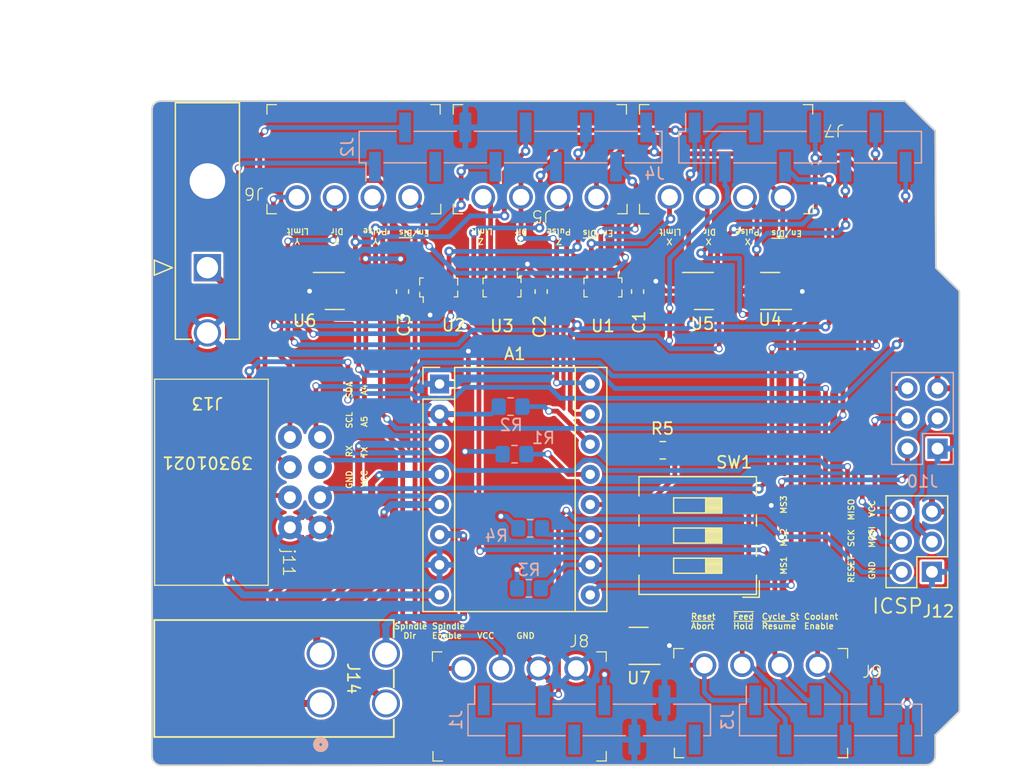
<source format=kicad_pcb>
(kicad_pcb (version 20221018) (generator pcbnew)
  (title_block (date "mar. 31 mars 2015"))
  (layers (0 "F.Cu" signal) (31 "B.Cu" signal) (34 "B.Paste" user) (35 "F.Paste" user) (36 "B.SilkS" user "B.Silkscreen") (37 "F.SilkS" user "F.Silkscreen") (38 "B.Mask" user) (39 "F.Mask" user) (44 "Edge.Cuts" user))
  (net 0 "")
  (net 1 "GND")
  (net 3 "+5V")
  (net 4 "/IOREF")
  (net 5 "/Spindle Direction")
  (net 6 "/Spindle Enable")
  (net 7 "/~{Limit Z-Axis_D}")
  (net 8 "/~{Limit Y-Axis_D}")
  (net 9 "/~{Limit X-Axis_D}")
  (net 10 "/Stepper Enable{slash}Disable")
  (net 11 "/AREF")
  (net 12 "/Reset{slash}~{Abort}")
  (net 13 "/~{Feed Hold}")
  (net 14 "/Cycle Start{slash}~{Resume}")
  (net 15 "/Coolant Enable")
  (net 16 "/Direction Z-Axis")
  (net 17 "/Direction Y-Axis")
  (net 18 "/Direction X-Axis")
  (net 19 "/Step Pulse Z-Axis")
  (net 20 "/Step Pulse Y-Axis")
  (net 21 "/TX{slash}1")
  (net 22 "/Step Pulse X-Axis")
  (net 23 "/RX{slash}0")
  (net 24 "+3V3")
  (net 25 "VCC")
  (net 26 "/~{RESET}")
  (net 27 "/~{Limit Z-Axis}")
  (net 28 "/~{Limit Y-Axis}")
  (net 29 "/~{Limit X-Axis}")
  (net 30 "/mosi")
  (net 31 "/sck")
  (net 32 "/miso")
  (net 36 "/SCL")
  (net 37 "/SDA")
  (net 38 "/A4")
  (net 39 "/A5")
  (net 40 "/A4983 Motor Driver/MS1")
  (net 41 "/A4983 Motor Driver/MS2")
  (net 42 "/A4983 Motor Driver/MS3")
  (net 43 "Net-(A1-~{RESET})")
  (net 44 "Net-(A1-~{SLEEP})")
  (net 45 "/A4983 Motor Driver/VMOT")
  (net 46 "/A4983 Motor Driver/1B")
  (net 47 "/A4983 Motor Driver/1A")
  (net 48 "/A4983 Motor Driver/2A")
  (net 49 "/A4983 Motor Driver/2B")
  (footprint "digikey-footprints:SOT-143-4" (layer "F.Cu") (at 132.1965 65.445 180)
    (fp_text reference "U3")
    (fp_text value "MAX6816EUS_T")
  )
  (footprint "Package_TO_SOT_SMD:SOT-23-6" (layer "F.Cu") (at 149.2125 65.745)
    (fp_text reference "U5")
    (fp_text value "CDSOT236-0504C")
  )
  (footprint "Capacitor_SMD:C_0603_1608Metric_Pad1.08x0.95mm_HandSolder" (layer "F.Cu") (at 143.6245 65.795 90)
    (fp_text reference "C1")
    (fp_text value "0.1uf")
  )
  (footprint "Button_Switch_SMD:SW_DIP_SPSTx03_Slide_9.78x9.8mm_W8.61mm_P2.54mm" (layer "F.Cu") (at 148.6916 86.36 180)
    (fp_text reference "SW1")
    (fp_text value "SW_DIP_x03" hide)
  )
  (footprint "Capacitor_SMD:C_0603_1608Metric_Pad1.08x0.95mm_HandSolder" (layer "F.Cu") (at 135.4965 65.795 90)
    (fp_text reference "C2")
    (fp_text value "0.1uf")
  )
  (footprint "Local_Footprints:CON_39301021" (layer "F.Cu") (at 107.3658 63.7794 180)
    (fp_text reference "J13")
    (fp_text value "39301021")
  )
  (footprint "Local_Footprints:CONN_35318-0420_MOL" (layer "F.Cu") (at 116.9162 100.5078 -90)
    (fp_text reference "J14")
    (fp_text value "353180420")
  )
  (footprint "digikey-footprints:Term_Block_1X4_P3.18mm" (layer "F.Cu") (at 135.385 57.836 180)
    (fp_text reference "J5")
    (fp_text value "~")
  )
  (footprint "Package_TO_SOT_SMD:SOT-23-6" (layer "F.Cu") (at 143.7132 95.6564 180)
    (fp_text reference "U7")
    (fp_text value "CDSOT236-0504C")
  )
  (footprint "Package_TO_SOT_SMD:SOT-23-6" (layer "F.Cu") (at 118.0975 65.745)
    (fp_text reference "U6")
    (fp_text value "CDSOT236-0504C")
  )
  (footprint "Resistor_SMD:R_0805_2012Metric_Pad1.20x1.40mm_HandSolder" (layer "F.Cu") (at 145.7452 79.1718)
    (fp_text reference "R5")
    (fp_text value "1K" hide)
  )
  (footprint "digikey-footprints:Term_Block_1X4_P3.18mm" (layer "F.Cu") (at 154.0256 97.282)
    (fp_text reference "J9")
    (fp_text value "~")
  )
  (footprint "Package_TO_SOT_SMD:SOT-23-6" (layer "F.Cu") (at 154.8005 65.745 180)
    (fp_text reference "U4")
    (fp_text value "CDSOT236-0504C")
  )
  (footprint "digikey-footprints:SOT-143-4" (layer "F.Cu") (at 140.7035 65.445 180)
    (fp_text reference "U1")
    (fp_text value "MAX6816EUS_T")
  )
  (footprint "Capacitor_SMD:C_0603_1608Metric_Pad1.08x0.95mm_HandSolder" (layer "F.Cu") (at 123.8125 65.795 -90)
    (fp_text reference "C3")
    (fp_text value "0.1uf")
  )
  (footprint "digikey-footprints:Term_Block_1X4_P3.18mm" (layer "F.Cu") (at 119.685 57.836 180)
    (fp_text reference "J6")
    (fp_text value "~")
  )
  (footprint "Connector_PinHeader_2.54mm:PinHeader_2x03_P2.54mm_Vertical" (layer "F.Cu") (at 168.4324 89.4184 180)
    (fp_text reference "J12")
    (fp_text value "Conn_02x03_Odd_Even")
  )
  (footprint "digikey-footprints:Term_Block_1X4_P3.18mm" (layer "F.Cu") (at 133.6798 97.5622)
    (fp_text reference "J8")
    (fp_text value "~")
  )
  (footprint "Module:Pololu_Breakout-16_15.2x20.3mm" (layer "F.Cu") (at 126.9338 73.5838)
    (fp_text reference "A1")
    (fp_text value "Pololu_Breakout_A4988")
  )
  (footprint "digikey-footprints:PinHeader_2x4_P2.54mm_Shrouded" (layer "F.Cu") (at 115.5897 81.8642 -90)
    (fp_text reference "j11")
    (fp_text value "~")
  )
  (footprint "digikey-footprints:Term_Block_1X4_P3.18mm" (layer "F.Cu") (at 151.085 57.836 180)
    (fp_text reference "J7")
    (fp_text value "~")
  )
  (footprint "digikey-footprints:SOT-143-4" (layer "F.Cu") (at 126.8605 65.445)
    (fp_text reference "U2")
    (fp_text value "MAX6816EUS_T")
  )
  (footprint "Connector_PinHeader_2.54mm:PinHeader_1x08_P2.54mm_Vertical_SMD_Pin1Left" (layer "B.Cu") (at 139.5476 101.9008 -90)
    (fp_text reference "J1")
    (fp_text value "Power")
  )
  (footprint "Connector_PinHeader_2.54mm:PinHeader_1x06_P2.54mm_Vertical_SMD_Pin1Left" (layer "B.Cu") (at 159.893 101.9008 -90)
    (fp_text reference "J3")
    (fp_text value "Analog")
  )
  (footprint "Connector_PinHeader_2.54mm:PinHeader_1x10_P2.54mm_Vertical_SMD_Pin1Right" (layer "B.Cu") (at 132.9182 53.6154 -90)
    (fp_text reference "J2")
    (fp_text value "Digital/PWM")
  )
  (footprint "Connector_PinHeader_2.54mm:PinHeader_1x08_P2.54mm_Vertical_SMD_Pin1Left" (layer "B.Cu") (at 157.3276 53.6234 -90)
    (fp_text reference "J4")
    (fp_text value "Digital/PWM")
  )
  (footprint "Resistor_SMD:R_0805_2012Metric_Pad1.20x1.40mm_HandSolder" (layer "B.Cu") (at 133.2484 79.502)
    (fp_text reference "R1")
    (fp_text value "1K" hide)
  )
  (footprint "Connector_PinSocket_2.54mm:PinSocket_2x03_P2.54mm_Vertical" (layer "B.Cu") (at 168.9046 79.0298)
    (fp_text reference "J10")
    (fp_text value "Conn_02x03_Odd_Even")
  )
  (footprint "Resistor_SMD:R_0805_2012Metric_Pad1.20x1.40mm_HandSolder" (layer "B.Cu") (at 134.4676 90.805)
    (fp_text reference "R3")
    (fp_text value "1k" hide)
  )
  (footprint "Resistor_SMD:R_0805_2012Metric_Pad1.20x1.40mm_HandSolder" (layer "B.Cu") (at 134.5692 85.7504)
    (fp_text reference "R4")
    (fp_text value "1K" hide)
  )
  (footprint "Resistor_SMD:R_0805_2012Metric_Pad1.20x1.40mm_HandSolder" (layer "B.Cu") (at 132.9182 75.4888)
    (fp_text reference "R2")
    (fp_text value "1K" hide)
  )
  (gr_line (start 168.7705 63.805) (end 170.74 65.7352) (stroke (width 0.15)) (layer "Edge.Cuts"))
  (gr_line (start 102.698 104.958) (end 102.7 50.5) (stroke (width 0.15)) (layer "Edge.Cuts"))
  (gr_line (start 170.74 65.7352) (end 170.7388 101.1936) (stroke (width 0.15)) (layer "Edge.Cuts"))
  (gr_line (start 167.945001 105.684184) (end 103.46 105.72) (stroke (width 0.15)) (layer "Edge.Cuts"))
  (gr_line (start 103.401832 49.737597) (end 166.167 49.739597) (stroke (width 0.15)) (layer "Edge.Cuts"))
  (gr_arc (start 103.46 105.72) (mid 102.921185 105.496815) (end 102.698 104.958) (stroke (width 0.15)) (layer "Edge.Cuts"))
  (gr_line (start 170.7388 101.1936) (end 168.707 103.175) (stroke (width 0.15)) (layer "Edge.Cuts"))
  (gr_line (start 166.167 49.739597) (end 168.707 52.248) (stroke (width 0.15)) (layer "Edge.Cuts"))
  (gr_arc (start 168.707 104.922185) (mid 168.483816 105.461) (end 167.945001 105.684184) (stroke (width 0.15)) (layer "Edge.Cuts"))
  (gr_line (start 168.707 52.248) (end 168.7705 63.805) (stroke (width 0.15)) (layer "Edge.Cuts"))
  (gr_line (start 168.707 103.175) (end 168.707 104.922185) (stroke (width 0.15)) (layer "Edge.Cuts"))
  (gr_arc (start 102.7 50.5) (mid 102.885274 49.966317) (end 103.401832 49.737597) (stroke (width 0.15)) (layer "Edge.Cuts"))
  (gr_text "En/~{Dis}\n\n" (at 126.1364 59.7408 180) (layer "F.SilkS") (effects (font (size 0.5 0.5) (thickness 0.1) bold) (justify left bottom)))
  (gr_text "GND" (at 133.35 95.0976) (layer "F.SilkS") (effects (font (size 0.5 0.5) (thickness 0.1) bold) (justify left bottom)))
  (gr_text "  Z\nLimit\n" (at 131.4704 60.454771 180) (layer "F.SilkS") (effects (font (size 0.5 0.5) (thickness 0.1) bold) (justify left bottom)))
  (gr_text "  Y\nLimit\n" (at 115.9764 60.429371 180) (layer "F.SilkS") (effects (font (size 0.5 0.5) (thickness 0.1) bold) (justify left bottom)))
  (gr_text "TX" (at 120.8915 79.807 90) (layer "F.SilkS") (effects (font (size 0.5 0.5) (thickness 0.1) bold) (justify left bottom)))
  (gr_text "En/~{Dis}\n\n" (at 141.6304 59.7662 180) (layer "F.SilkS") (effects (font (size 0.5 0.5) (thickness 0.1) bold) (justify left bottom)))
  (gr_text "GND" (at 119.6215 82.474 90) (layer "F.SilkS") (effects (font (size 0.5 0.5) (thickness 0.1) bold) (justify left bottom)))
  (gr_text "A5" (at 120.8915 77.267 90) (layer "F.SilkS") (effects (font (size 0.5 0.5) (thickness 0.1) bold) (justify left bottom)))
  (gr_text "En/~{Dis}\n\n" (at 157.5308 59.7916 180) (layer "F.SilkS") (effects (font (size 0.5 0.5) (thickness 0.1) bold) (justify left bottom)))
  (gr_text "Reset \n~{Abort}" (at 148.0695 94.285) (layer "F.SilkS") (effects (font (size 0.5 0.5) (thickness 0.1) bold) (justify left bottom)))
  (gr_text "SDA" (at 119.6215 74.854 90) (layer "F.SilkS") (effects (font (size 0.5 0.5) (thickness 0.1) bold) (justify left bottom)))
  (gr_text " Z\nDir\n" (at 134.3914 60.454771 180) (layer "F.SilkS") (effects (font (size 0.5 0.5) (thickness 0.1) bold) (justify left bottom)))
  (gr_text "MS2" (at 156.2354 87.3506 90) (layer "F.SilkS") (effects (font (size 0.5 0.5) (thickness 0.1) bold) (justify left bottom)))
  (gr_text "Spindle\nEnable" (at 126.238 95.0976) (layer "F.SilkS") (effects (font (size 0.5 0.5) (thickness 0.1) bold) (justify left bottom)))
  (gr_text "RESET  SCK  MISO " (at 161.925 90.3986 90) (layer "F.SilkS") (effects (font (size 0.5 0.5) (thickness 0.1) bold) (justify left bottom)))
  (gr_text "SCL" (at 119.6215 77.394 90) (layer "F.SilkS") (effects (font (size 0.5 0.5) (thickness 0.1) bold) (justify left bottom)))
  (gr_text "Cycle St\n~{Resume}" (at 154.0385 94.285) (layer "F.SilkS") (effects (font (size 0.5 0.5) (thickness 0.1) bold) (justify left bottom)))
  (gr_text "~{Feed}\n~{Hold}\n" (at 151.6255 94.285) (layer "F.SilkS") (effects (font (size 0.5 0.5) (thickness 0.1) bold) (justify left bottom)))
  (gr_text "A4" (at 120.8915 74.6 90) (layer "F.SilkS") (effects (font (size 0.5 0.5) (thickness 0.1) bold) (justify left bottom)))
  (gr_text "  Y\nPulse\n" (at 122.5804 60.429371 180) (layer "F.SilkS") (effects (font (size 0.5 0.5) (thickness 0.1) bold) (justify left bottom)))
  (gr_text "RX" (at 119.6215 79.807 90) (layer "F.SilkS") (effects (font (size 0.5 0.5) (thickness 0.1) bold) (justify left bottom)))
  (gr_text "ICSP" (at 163.2966 93.0402) (layer "F.SilkS") (effects (font (size 1.25 1.25)) (justify left bottom)))
  (gr_text "MS3" (at 156.2354 84.582 90) (layer "F.SilkS") (effects (font (size 0.5 0.5) (thickness 0.1) bold) (justify left bottom)))
  (gr_text "VCC" (at 130.048 95.0976) (layer "F.SilkS") (effects (font (size 0.5 0.5) (thickness 0.1) bold) (justify left bottom)))
  (gr_text "GND   MOSI  VCC" (at 163.6776 90.1192 90) (layer "F.SilkS") (effects (font (size 0.5 0.5) (thickness 0.1) bold) (justify left bottom)))
  (gr_text " Y\nDir\n" (at 118.8974 60.429371 180) (layer "F.SilkS") (effects (font (size 0.5 0.5) (thickness 0.1) bold) (justify left bottom)))
  (gr_text "  X\nLimit\n" (at 147.3708 60.480171 180) (layer "F.SilkS") (effects (font (size 0.5 0.5) (thickness 0.1) bold) (justify left bottom)))
  (gr_text "MS1" (at 156.2354 89.7128 90) (layer "F.SilkS") (effects (font (size 0.5 0.5) (thickness 0.1) bold) (justify left bottom)))
  (gr_text "VCC" (at 120.8915 82.347 90) (layer "F.SilkS") (effects (font (size 0.5 0.5) (thickness 0.1) bold) (justify left bottom)))
  (gr_text " X\nDir\n" (at 150.2918 60.480171 180) (layer "F.SilkS") (effects (font (size 0.5 0.5) (thickness 0.1) bold) (justify left bottom)))
  (gr_text "  X\nPulse\n" (at 153.9748 60.480171 180) (layer "F.SilkS") (effects (font (size 0.5 0.5) (thickness 0.1) bold) (justify left bottom)))
  (gr_text "Spindle \n  Dir" (at 123.063 95.0976) (layer "F.SilkS") (effects (font (size 0.5 0.5) (thickness 0.1) bold) (justify left bottom)))
  (gr_text "  Z\nPulse\n" (at 138.0744 60.454771 180) (layer "F.SilkS") (effects (font (size 0.5 0.5) (thickness 0.1) bold) (justify left bottom)))
  (gr_text "Coolant\nEnable" (at 157.5945 94.285) (layer "F.SilkS") (effects (font (size 0.5 0.5) (thickness 0.1) bold) (justify left bottom)))
  (segment (start 144.8507 95.6564) (end 146.2786 95.6564) (width 0.4) (layer "F.Cu") (net 1))
  (segment (start 133.3702 64.445) (end 134.3406 63.4746) (width 0.4) (layer "F.Cu") (net 1))
  (segment (start 152.9966 88.9) (end 152.9966 88.659) (width 0.4) (layer "F.Cu") (net 1))
  (segment (start 155.979 65.786) (end 155.938 65.745) (width 0.4) (layer "F.Cu") (net 1))
  (segment (start 146.2786 95.6564) (end 146.304 95.631) (width 0.4) (layer "F.Cu") (net 1))
  (segment (start 141.478 64.389) (end 142.0215 64.9325) (width 0.4) (layer "F.Cu") (net 1))
  (segment (start 126.1005 66.445) (end 126.1005 67.7313) (width 0.4) (layer "F.Cu") (net 1))
  (segment (start 145.1509 64.9325) (end 145.161 64.9224) (width 0.4) (layer "F.Cu") (net 1))
  (segment (start 134.3406 63.7032) (end 134.3406 63.4746) (width 0.4) (layer "F.Cu") (net 1))
  (segment (start 148.075 65.745) (end 145.9836 65.745) (width 0.4) (layer "F.Cu") (net 1))
  (segment (start 129.3622 73.4822) (end 129.3622 70.8152) (width 0.4) (layer "F.Cu") (net 1))
  (segment (start 141.4635 64.4035) (end 141.478 64.389) (width 0.4) (layer "F.Cu") (net 1))
  (segment (start 135.4965 64.8841) (end 135.509 64.8716) (width 0.4) (layer "F.Cu") (net 1))
  (segment (start 135.509 64.8716) (end 134.3406 63.7032) (width 0.4) (layer "F.Cu") (net 1))
  (segment (start 152.9966 88.633) (end 152.9966 86.36) (width 0.4) (layer "F.Cu") (net 1))
  (segment (start 152.9966 88.659) (end 153.0096 88.646) (width 0.4) (layer "F.Cu") (net 1))
  (segment (start 126.1005 67.7313) (end 126.1364 67.7672) (width 0.4) (layer "F.Cu") (net 1))
  (segment (start 143.6245 64.9325) (end 145.1509 64.9325) (width 0.4) (layer "F.Cu") (net 1))
  (segment (start 145.9836 65.745) (end 145.161 64.9224) (width 0.4) (layer "F.Cu") (net 1))
  (segment (start 132.9565 64.445) (end 133.3702 64.445) (width 0.4) (layer "F.Cu") (net 1))
  (segment (start 152.9966 83.82) (end 152.9966 86.36) (width 0.4) (layer "F.Cu") (net 1))
  (segment (start 126.9338 73.5838) (end 129.2606 73.5838) (width 0.4) (layer "F.Cu") (net 1))
  (segment (start 123.825 67.8688) (end 123.825 66.67) (width 0.4) (layer "F.Cu") (net 1))
  (segment (start 153.0096 88.646) (end 152.9966 88.633) (width 0.4) (layer "F.Cu") (net 1))
  (segment (start 152.9966 83.82) (end 154.8892 83.82) (width 0.4) (layer "F.Cu") (net 1))
  (segment (start 135.4965 64.9325) (end 135.4965 64.8841) (width 0.4) (layer "F.Cu") (net 1))
  (segment (start 116.9444 65.7606) (end 116.96 65.745) (width 0.4) (layer "F.Cu") (net 1))
  (segment (start 129.2606 73.5838) (end 129.3622 73.4822) (width 0.4) (layer "F.Cu") (net 1))
  (segment (start 123.825 66.67) (end 123.8125 66.6575) (width 0.4) (layer "F.Cu") (net 1))
  (segment (start 142.0215 64.9325) (end 143.6245 64.9325) (width 0.4) (layer "F.Cu") (net 1))
  (segment (start 141.4635 64.445) (end 141.4635 64.4035) (width 0.4) (layer "F.Cu") (net 1))
  (segment (start 115.9764 65.7606) (end 116.9444 65.7606) (width 0.4) (layer "F.Cu") (net 1))
  (segment (start 157.5054 65.786) (end 155.979 65.786) (width 0.4) (layer "F.Cu") (net 1))
  (via (at 129.3622 70.8152) (size 0.6) (drill 0.4) (layers "F.Cu" "B.Cu") (net 1))
  (via (at 115.9764 65.7606) (size 0.6) (drill 0.4) (layers "F.Cu" "B.Cu") (net 1))
  (via (at 146.304 95.631) (size 0.6) (drill 0.4) (layers "F.Cu" "B.Cu") (net 1))
  (via (at 154.8892 83.82) (size 0.6) (drill 0.4) (layers "F.Cu" "B.Cu") (net 1))
  (via (at 145.161 64.9224) (size 0.6) (drill 0.4) (layers "F.Cu" "B.Cu") (net 1))
  (via (at 157.5054 65.786) (size 0.6) (drill 0.4) (layers "F.Cu" "B.Cu") (net 1))
  (via (at 123.825 67.8688) (size 0.6) (drill 0.4) (layers "F.Cu" "B.Cu") (net 1))
  (via (at 134.3406 63.4746) (size 0.6) (drill 0.4) (layers "F.Cu" "B.Cu") (net 1))
  (via (at 126.1364 67.7672) (size 0.6) (drill 0.4) (layers "F.Cu" "B.Cu") (net 1))
  (segment (start 141.6635 66.445) (end 143.412 66.445) (width 0.4) (layer "F.Cu") (net 3))
  (segment (start 133.4516 89.2302) (end 133.4516 86.0806) (width 0.4) (layer "F.Cu") (net 3))
  (segment (start 133.4516 86.0806) (end 132.1054 84.7344) (width 0.4) (layer "F.Cu") (net 3))
  (segment (start 143.412 66.445) (end 143.6245 66.6575) (width 0.4) (layer "F.Cu") (net 3))
  (segment (start 129.0828 78.2728) (end 126.9338 76.1238) (width 0.4) (layer "F.Cu") (net 3))
  (segment (start 129.0828 79.2734) (end 129.0828 78.2728) (width 0.4) (layer "F.Cu") (net 3))
  (via (at 133.4516 89.2302) (size 0.6) (drill 0.4) (layers "F.Cu" "B.Cu") (net 3))
  (via (at 129.0828 79.2734) (size 0.6) (drill 0.4) (layers "F.Cu" "B.Cu") (net 3))
  (via (at 132.1054 84.7344) (size 0.6) (drill 0.4) (layers "F.Cu" "B.Cu") (net 3))
  (via (at 140.843 98.0694) (size 0.6) (drill 0.4) (layers "F.Cu" "B.Cu") (net 3))
  (via (at 120.7008 63.0174) (size 0.6) (drill 0.4) (layers "F.Cu" "B.Cu") (net 3))
  (via (at 123.6472 63.0428) (size 0.6) (drill 0.4) (layers "F.Cu" "B.Cu") (net 3))
  (segment (start 132.0292 79.2734) (end 129.0828 79.2734) (width 0.4) (layer "B.Cu") (net 3))
  (segment (start 132.2484 79.502) (end 132.2484 79.4926) (width 0.4) (layer "B.Cu") (net 3))
  (segment (start 133.4676 90.805) (end 133.4676 89.2462) (width 0.4) (layer "B.Cu") (net 3))
  (segment (start 132.2484 79.4926) (end 132.0292 79.2734) (width 0.4) (layer "B.Cu") (net 3))
  (segment (start 131.9182 75.4888) (end 131.2832 76.1238) (width 0.4) (layer "B.Cu") (net 3))
  (segment (start 132.1054 84.7344) (end 132.5532 84.7344) (width 0.4) (layer "B.Cu") (net 3))
  (segment (start 131.2832 76.1238) (end 126.9338 76.1238) (width 0.4) (layer "B.Cu") (net 3))
  (segment (start 123.6218 63.0174) (end 123.6472 63.0428) (width 0.4) (layer "B.Cu") (net 3))
  (segment (start 140.843 100.2204) (end 140.8176 100.2458) (width 0.4) (layer "B.Cu") (net 3))
  (segment (start 140.843 98.0694) (end 140.843 100.2204) (width 0.4) (layer "B.Cu") (net 3))
  (segment (start 140.8256 100.2458) (end 140.8176 100.2458) (width 0.4) (layer "B.Cu") (net 3))
  (segment (start 132.5532 84.7344) (end 133.5692 85.7504) (width 0.4) (layer "B.Cu") (net 3))
  (segment (start 133.4676 89.2462) (end 133.4516 89.2302) (width 0.4) (layer "B.Cu") (net 3))
  (segment (start 120.7008 63.0174) (end 123.6218 63.0174) (width 0.4) (layer "B.Cu") (net 3))
  (segment (start 140.8256 100.2458) (end 140.843 100.2284) (width 0.4) (layer "B.Cu") (net 3))
  (segment (start 121.138 66.695) (end 120.5992 67.2338) (width 0.4) (layer "F.Cu") (net 5))
  (segment (start 123.825 93.9292) (end 127.458 97.5622) (width 0.4) (layer "F.Cu") (net 5))
  (segment (start 128.7526 55.6514) (end 128.7526 58.4962) (width 0.4) (layer "F.Cu") (net 5))
  (segment (start 120.7166 67.696472) (end 120.7166 71.94925) (width 0.4) (layer "F.Cu") (net 5))
  (segment (start 120.5992 72.84655) (end 120.5992 75.946) (width 0.4) (layer "F.Cu") (net 5))
  (segment (start 120.8166 72.04925) (end 120.8166 72.62915) (width 0.4) (layer "F.Cu") (net 5))
  (segment (start 121.539 66.294) (end 121.138 66.695) (width 0.4) (layer "F.Cu") (net 5))
  (segment (start 120.7166 71.94925) (end 120.8166 72.04925) (width 0.4) (layer "F.Cu") (net 5))
  (segment (start 120.8166 72.62915) (end 120.5992 72.84655) (width 0.4) (layer "F.Cu") (net 5))
  (segment (start 121.539 60.452) (end 121.539 66.294) (width 0.4) (layer "F.Cu") (net 5))
  (segment (start 121.138 66.695) (end 119.235 66.695) (width 0.4) (layer "F.Cu") (net 5))
  (segment (start 123.825 79.1718) (end 123.825 93.9292) (width 0.4) (layer "F.Cu") (net 5))
  (segment (start 120.5992 75.946) (end 123.825 79.1718) (width 0.4) (layer "F.Cu") (net 5))
  (segment (start 120.5992 67.579072) (end 120.7166 67.696472) (width 0.4) (layer "F.Cu") (net 5))
  (segment (start 127.458 97.5622) (end 128.9098 97.5622) (width 0.4) (layer "F.Cu") (net 5))
  (segment (start 120.5992 67.2338) (end 120.5992 67.579072) (width 0.4) (layer "F.Cu") (net 5))
  (via (at 128.7526 55.6514) (size 0.8) (drill 0.4) (layers "F.Cu" "B.Cu") (net 5))
  (via (at 121.539 60.452) (size 0.8) (drill 0.4) (layers "F.Cu" "B.Cu") (net 5))
  (via (at 128.7526 58.4962) (size 0.8) (drill 0.4) (layers "F.Cu" "B.Cu") (net 5))
  (segment (start 128.7526 58.4962) (end 126.7968 60.452) (width 0.4) (layer "B.Cu") (net 5))
  (segment (start 126.7968 60.452) (end 121.539 60.452) (width 0.4) (layer "B.Cu") (net 5))
  (segment (start 129.1336 55.2704) (end 128.7526 55.6514) (width 0.4) (layer "B.Cu") (net 5))
  (segment (start 131.6482 55.2704) (end 129.1336 55.2704) (width 0.4) (layer "B.Cu") (net 5))
  (segment (start 120.602 56.436) (end 119.8372 57.2008) (width 0.4) (layer "F.Cu") (net 6))
  (segment (start 124.8664 61.0362) (end 123.0534 59.2232) (width 0.4) (layer "F.Cu") (net 6))
  (segment (start 124.8664 93.3196) (end 124.8664 61.0362) (width 0.4) (layer "F.Cu") (net 6))
  (segment (start 132.395 55.7428) (end 132.395 59.3954) (width 0.4) (layer "F.Cu") (net 6))
  (segment (start 127.2794 94.7928) (end 126.3396 94.7928) (width 0.4) (layer "F.Cu") (net 6))
  (segment (start 119.8372 64.1928) (end 119.235 64.795) (width 0.4) (layer "F.Cu") (net 6))
  (segment (start 119.8372 57.2008) (end 119.8372 61.6204) (width 0.4) (layer "F.Cu") (net 6))
  (segment (start 134.1882 53.9496) (end 132.395 55.7428) (width 0.4) (layer "F.Cu") (net 6))
  (segment (start 123.0534 59.2232) (end 123.0534 57.634501) (width 0.4) (layer "F.Cu") (net 6))
  (segment (start 121.854899 56.436) (end 120.602 56.436) (width 0.4) (layer "F.Cu") (net 6))
  (segment (start 132.395 59.3954) (end 132.4102 59.4106) (width 0.4) (layer "F.Cu") (net 6))
  (segment (start 119.8372 61.6204) (end 119.8372 64.1928) (width 0.4) (layer "F.Cu") (net 6))
  (segment (start 126.3396 94.7928) (end 124.8664 93.3196) (width 0.4) (layer "F.Cu") (net 6))
  (segment (start 123.0534 57.634501) (end 121.854899 56.436) (width 0.4) (layer "F.Cu") (net 6))
  (via (at 134.1882 53.9496) (size 0.8) (drill 0.4) (layers "F.Cu" "B.Cu") (net 6))
  (via (at 119.8372 61.6204) (size 0.8) (drill 0.4) (layers "F.Cu" "B.Cu") (net 6))
  (via (at 132.4102 59.4106) (size 0.8) (drill 0.4) (layers "F.Cu" "B.Cu") (net 6))
  (via (at 127.2794 94.7928) (size 0.6) (drill 0.3) (layers "F.Cu" "B.Cu") (net 6))
  (segment (start 130.8608 94.7928) (end 132.0898 96.0218) (width 0.4) (layer "B.Cu") (net 6))
  (segment (start 127.762 61.1632) (end 121.959171 61.1632) (width 0.4) (layer "B.Cu") (net 6))
  (segment (start 132.4102 59.4106) (end 129.5146 59.4106) (width 0.4) (layer "B.Cu") (net 6))
  (segment (start 121.959171 61.1632) (end 121.501971 61.6204) (width 0.4) (layer "B.Cu") (net 6))
  (segment (start 132.0898 96.0218) (end 132.0898 97.5622) (width 0.4) (layer "B.Cu") (net 6))
  (segment (start 127.2794 94.7928) (end 130.8608 94.7928) (width 0.4) (layer "B.Cu") (net 6))
  (segment (start 129.5146 59.4106) (end 127.762 61.1632) (width 0.4) (layer "B.Cu") (net 6))
  (segment (start 121.501971 61.6204) (end 119.8372 61.6204) (width 0.4) (layer "B.Cu") (net 6))
  (segment (start 134.1882 51.9604) (end 134.1882 53.9496) (width 0.4) (layer "B.Cu") (net 6))
  (segment (start 135.4328 60.3504) (end 135.4328 56.007) (width 0.4) (layer "F.Cu") (net 7))
  (segment (start 130.2752 66.445) (end 131.2365 66.445) (width 0.4) (layer "F.Cu") (net 7))
  (segment (start 129.8194 60.833) (end 129.8194 65.9892) (width 0.4) (layer "F.Cu") (net 7))
  (segment (start 129.8194 65.9892) (end 130.2752 66.445) (width 0.4) (layer "F.Cu") (net 7))
  (segment (start 135.3566 60.4266) (end 135.4328 60.3504) (width 0.4) (layer "F.Cu") (net 7))
  (via (at 135.3566 60.4266) (size 0.8) (drill 0.4) (layers "F.Cu" "B.Cu") (net 7))
  (via (at 135.4328 56.007) (size 0.8) (drill 0.4) (layers "F.Cu" "B.Cu") (net 7))
  (via (at 129.8194 60.833) (size 0.8) (drill 0.4) (layers "F.Cu" "B.Cu") (net 7))
  (segment (start 135.3566 60.4266) (end 130.2258 60.4266) (width 0.4) (layer "B.Cu") (net 7))
  (segment (start 136.1694 55.2704) (end 135.4328 56.007) (width 0.4) (layer "B.Cu") (net 7))
  (segment (start 130.2258 60.4266) (end 129.8194 60.833) (width 0.4) (layer "B.Cu") (net 7))
  (segment (start 136.7282 55.2704) (end 136.1694 55.2704) (width 0.4) (layer "B.Cu") (net 7))
  (segment (start 127.7366 62.4078) (end 127.7366 64.3611) (width 0.4) (layer "F.Cu") (net 8))
  (segment (start 138.6078 61.9506) (end 138.5316 62.0268) (width 0.4) (layer "F.Cu") (net 8))
  (segment (start 138.6078 54.1274) (end 138.6078 61.9506) (width 0.4) (layer "F.Cu") (net 8))
  (segment (start 127.7366 64.3611) (end 127.8205 64.445) (width 0.4) (layer "F.Cu") (net 8))
  (via (at 138.6078 54.1274) (size 0.8) (drill 0.4) (layers "F.Cu" "B.Cu") (net 8))
  (via (at 138.5316 62.0268) (size 0.8) (drill 0.4) (layers "F.Cu" "B.Cu") (net 8))
  (via (at 127.7366 62.4078) (size 0.8) (drill 0.4) (layers "F.Cu" "B.Cu") (net 8))
  (segment (start 138.1506 62.4078) (end 127.7366 62.4078) (width 0.4) (layer "B.Cu") (net 8))
  (segment (start 139.2682 51.9604) (end 139.2682 53.467) (width 0.4) (layer "B.Cu") (net 8))
  (segment (start 139.2682 53.467) (end 138.6078 54.1274) (width 0.4) (layer "B.Cu") (net 8))
  (segment (start 138.5316 62.0268) (end 138.1506 62.4078) (width 0.4) (layer "B.Cu") (net 8))
  (segment (start 140.5254 60.7696) (end 140.5382 60.7568) (width 0.4) (layer "F.Cu") (net 9))
  (segment (start 143.1798 56.515) (end 143.4846 56.8198) (width 0.4) (layer "F.Cu") (net 9))
  (segment (start 143.4846 60.452) (end 143.4084 60.5282) (width 0.4) (layer "F.Cu") (net 9))
  (segment (start 140.5254 65.6631) (end 140.5254 60.7696) (width 0.4) (layer "F.Cu") (net 9))
  (segment (start 143.4846 56.8198) (end 143.4846 60.452) (width 0.4) (layer "F.Cu") (net 9))
  (segment (start 140.5254 65.6631) (end 139.7435 66.445) (width 0.4) (layer "F.Cu") (net 9))
  (via (at 140.5382 60.7568) (size 0.6) (drill 0.4) (layers "F.Cu" "B.Cu") (net 9))
  (via (at 143.1798 56.515) (size 0.8) (drill 0.4) (layers "F.Cu" "B.Cu") (net 9))
  (via (at 143.4084 60.5282) (size 0.6) (drill 0.4) (layers "F.Cu" "B.Cu") (net 9))
  (segment (start 143.4084 60.5282) (end 140.7668 60.5282) (width 0.4) (layer "B.Cu") (net 9))
  (segment (start 140.7668 60.5282) (end 140.5382 60.7568) (width 0.4) (layer "B.Cu") (net 9))
  (segment (start 141.9352 55.2704) (end 143.1798 56.515) (width 0.4) (layer "B.Cu") (net 9))
  (segment (start 141.8082 55.2704) (end 141.9352 55.2704) (width 0.4) (layer "B.Cu") (net 9))
  (segment (start 142.0622 59.7432) (end 142.0622 62.3824) (width 0.4) (layer "F.Cu") (net 10))
  (segment (start 125.5268 58.9078) (end 124.455 57.836) (width 0.4) (layer "F.Cu") (net 10))
  (segment (start 158.5722 67.1576) (end 158.5722 64.8208) (width 0.4) (layer "F.Cu") (net 10))
  (segment (start 145.1864 54.1782) (end 152.1972 54.1782) (width 0.4) (layer "F.Cu") (net 10))
  (segment (start 158.496 64.7446) (end 155.9884 64.7446) (width 0.4) (layer "F.Cu") (net 10))
  (segment (start 155.855 57.836) (end 152.1972 54.1782) (width 0.4) (layer "F.Cu") (net 10))
  (segment (start 126.0602 61.976) (end 125.5268 61.4426) (width 0.4) (layer "F.Cu") (net 10))
  (segment (start 145.1864 54.1782) (end 145.034 54.0258) (width 0.4) (layer "F.Cu") (net 10))
  (segment (start 156.5656 90.551) (end 156.5656 69.1642) (width 0.4) (layer "F.Cu") (net 10))
  (segment (start 156.5656 69.1642) (end 158.5722 67.1576) (width 0.4) (layer "F.Cu") (net 10))
  (segment (start 155.855 57.836) (end 155.855 64.712) (width 0.4) (layer "F.Cu") (net 10))
  (segment (start 155.9884 64.7446) (end 155.938 64.795) (width 0.4) (layer "F.Cu") (net 10))
  (segment (start 140.155 57.836) (end 140.155 55.933) (width 0.4) (layer "F.Cu") (net 10))
  (segment (start 158.5722 64.8208) (end 158.496 64.7446) (width 0.4) (layer "F.Cu") (net 10))
  (segment (start 142.0622 62.3824) (end 142.5956 62.9158) (width 0.4) (layer "F.Cu") (net 10))
  (segment (start 140.155 57.836) (end 142.0622 59.7432) (width 0.4) (layer "F.Cu") (net 10))
  (segment (start 142.0622 54.0258) (end 145.034 54.0258) (width 0.4) (layer "F.Cu") (net 10))
  (segment (start 140.155 55.933) (end 142.0622 54.0258) (width 0.4) (layer "F.Cu") (net 10))
  (segment (start 155.855 64.712) (end 155.938 64.795) (width 0.4) (layer "F.Cu") (net 10))
  (segment (start 125.5268 61.4426) (end 125.5268 58.9078) (width 0.4) (layer "F.Cu") (net 10))
  (via (at 156.5656 90.551) (size 0.6) (drill 0.4) (layers "F.Cu" "B.Cu") (net 10))
  (via (at 142.5956 62.9158) (size 0.6) (drill 0.4) (layers "F.Cu" "B.Cu") (net 10))
  (via (at 145.034 54.0258) (size 0.8) (drill 0.4) (layers "F.Cu" "B.Cu") (net 10))
  (via (at 126.0602 61.976) (size 0.6) (drill 0.4) (layers "F.Cu" "B.Cu") (net 10))
  (segment (start 128.3208 64.2366) (end 141.605 64.2366) (width 0.4) (layer "B.Cu") (net 10))
  (segment (start 141.605 64.2366) (end 142.5956 63.246) (width 0.4) (layer "B.Cu") (net 10))
  (segment (start 156.552799 90.563801) (end 156.5656 90.551) (width 0.4) (layer "B.Cu") (net 10))
  (segment (start 140.433799 90.563801) (end 156.552799 90.563801) (width 0.4) (layer "B.Cu") (net 10))
  (segment (start 139.6338 91.3638) (end 140.433799 90.563801) (width 0.4) (layer "B.Cu") (net 10))
  (segment (start 142.5956 63.246) (end 142.5956 62.9158) (width 0.4) (layer "B.Cu") (net 10))
  (segment (start 145.034 54.0258) (end 145.034 52.6462) (width 0.4) (layer "B.Cu") (net 10))
  (segment (start 145.034 52.6462) (end 144.3482 51.9604) (width 0.4) (layer "B.Cu") (net 10))
  (segment (start 126.0602 61.976) (end 128.3208 64.2366) (width 0.4) (layer "B.Cu") (net 10))
  (segment (start 145.5263 97.282) (end 149.2556 97.282) (width 0.4) (layer "F.Cu") (net 12))
  (segment (start 144.8507 96.6064) (end 145.5263 97.282) (width 0.4) (layer "F.Cu") (net 12))
  (segment (start 153.543 100.2458) (end 149.9028 100.2458) (width 0.4) (layer "B.Cu") (net 12))
  (segment (start 149.9028 100.2458) (end 149.2556 99.5986) (width 0.4) (layer "B.Cu") (net 12))
  (segment (start 149.2556 99.5986) (end 149.2556 97.282) (width 0.4) (layer "B.Cu") (net 12))
  (segment (start 150.622 93.7006) (end 152.4356 95.5142) (width 0.4) (layer "F.Cu") (net 13))
  (segment (start 144.8507 94.7064) (end 145.8565 93.7006) (width 0.4) (layer "F.Cu") (net 13))
  (segment (start 145.8565 93.7006) (end 150.622 93.7006) (width 0.4) (layer "F.Cu") (net 13))
  (segment (start 152.4356 95.5142) (end 152.4356 97.282) (width 0.4) (layer "F.Cu") (net 13))
  (segment (start 153.1342 97.282) (end 152.4356 97.282) (width 0.4) (layer "B.Cu") (net 13))
  (segment (start 154.9908 100.711) (end 154.9908 99.1386) (width 0.4) (layer "B.Cu") (net 13))
  (segment (start 156.083 101.8032) (end 154.9908 100.711) (width 0.4) (layer "B.Cu") (net 13))
  (segment (start 156.083 103.5558) (end 156.083 101.8032) (width 0.4) (layer "B.Cu") (net 13))
  (segment (start 154.9908 99.1386) (end 153.1342 97.282) (width 0.4) (layer "B.Cu") (net 13))
  (segment (start 129.2606 68.707) (end 130.2512 69.6976) (width 0.4) (layer "F.Cu") (net 14))
  (segment (start 115.4688 64.795) (end 116.96 64.795) (width 0.4) (layer "F.Cu") (net 14))
  (segment (start 130.2512 69.6976) (end 130.2512 87.5792) (width 0.4) (layer "F.Cu") (net 14))
  (segment (start 155.194 88.519) (end 155.194 96.8604) (width 0.4) (layer "F.Cu") (net 14))
  (segment (start 115.2144 68.3143) (end 115.2144 65.0494) (width 0.4) (layer "F.Cu") (net 14))
  (segment (start 154.2288 87.5538) (end 155.194 88.519) (width 0.4) (layer "F.Cu") (net 14))
  (segment (start 115.2144 65.0494) (end 115.4688 64.795) (width 0.4) (layer "F.Cu") (net 14))
  (segment (start 155.194 96.8604) (end 155.6156 97.282) (width 0.4) (layer "F.Cu") (net 14))
  (segment (start 130.2512 87.5792) (end 130.3528 87.6808) (width 0.4) (layer "F.Cu") (net 14))
  (segment (start 116.2812 69.3811) (end 115.2144 68.3143) (width 0.4) (layer "F.Cu") (net 14))
  (segment (start 129.0066 68.707) (end 129.2606 68.707) (width 0.4) (layer "F.Cu") (net 14))
  (via (at 130.3528 87.6808) (size 0.6) (drill 0.4) (layers "F.Cu" "B.Cu") (net 14))
  (via (at 154.2288 87.5538) (size 0.6) (drill 0.4) (layers "F.Cu" "B.Cu") (net 14))
  (via (at 116.2812 69.3811) (size 0.6) (drill 0.4) (layers "F.Cu" "B.Cu") (net 14))
  (via (at 129.0066 68.707) (size 0.6) (drill 0.4) (layers "F.Cu" "B.Cu") (net 14))
  (segment (start 157.853 100.2458) (end 155.6156 98.0084) (width 0.4) (layer "B.Cu") (net 14))
  (segment (start 116.2812 69.3811) (end 116.3203 69.342) (width 0.4) (layer "B.Cu") (net 14))
  (segment (start 158.623 100.2458) (end 157.853 100.2458) (width 0.4) (layer "B.Cu") (net 14))
  (segment (start 155.6156 98.0084) (end 155.6156 97.282) (width 0.4) (layer "B.Cu") (net 14))
  (segment (start 130.4798 87.5538) (end 154.2288 87.5538) (width 0.4) (layer "B.Cu") (net 14))
  (segment (start 128.3716 69.342) (end 129.0066 68.707) (width 0.4) (layer "B.Cu") (net 14))
  (segment (start 116.3203 69.342) (end 128.3716 69.342) (width 0.4) (layer "B.Cu") (net 14))
  (segment (start 130.3528 87.6808) (end 130.4798 87.5538) (width 0.4) (layer "B.Cu") (net 14))
  (segment (start 118.21 67.945) (end 120.1166 67.945) (width 0.4) (layer "F.Cu") (net 15))
  (segment (start 116.96 66.695) (end 118.21 67.945) (width 0.4) (layer "F.Cu") (net 15))
  (segment (start 157.3784 72.898) (end 157.3784 89.154) (width 0.4) (layer "F.Cu") (net 15))
  (segment (start 157.3784 89.154) (end 158.7956 90.5712) (width 0.4) (layer "F.Cu") (net 15))
  (segment (start 158.7956 90.5712) (end 158.7956 97.282) (width 0.4) (layer "F.Cu") (net 15))
  (segment (start 120.1166 67.945) (end 120.1166 72.3392) (width 0.4) (layer "F.Cu") (net 15))
  (via (at 157.3784 72.898) (size 0.6) (drill 0.4) (layers "F.Cu" "B.Cu") (net 15))
  (via (at 120.1166 72.3392) (size 0.6) (drill 0.4) (layers "F.Cu" "B.Cu") (net 15))
  (segment (start 120.1166 72.3392) (end 120.6342 72.8568) (width 0.4) (layer "B.Cu") (net 15))
  (segment (start 141.493585 72.898) (end 157.3784 72.898) (width 0.4) (layer "B.Cu") (net 15))
  (segment (start 161.163 103.5558) (end 161.163 99.6494) (width 0.4) (layer "B.Cu") (net 15))
  (segment (start 124.412272 72.8568) (end 125.485272 71.7838) (width 0.4) (layer "B.Cu") (net 15))
  (segment (start 161.163 99.6494) (end 158.7956 97.282) (width 0.4) (layer "B.Cu") (net 15))
  (segment (start 125.485272 71.7838) (end 140.379385 71.7838) (width 0.4) (layer "B.Cu") (net 15))
  (segment (start 140.379385 71.7838) (end 141.493585 72.898) (width 0.4) (layer "B.Cu") (net 15))
  (segment (start 120.6342 72.8568) (end 124.412272 72.8568) (width 0.4) (layer "B.Cu") (net 15))
  (segment (start 147.9296 64.6496) (end 148.075 64.795) (width 0.4) (layer "F.Cu") (net 16))
  (segment (start 133.795 56.421787) (end 138.019787 52.197) (width 0.4) (layer "F.Cu") (net 16))
  (segment (start 138.019787 52.197) (end 146.812 52.197) (width 0.4) (layer "F.Cu") (net 16))
  (segment (start 136.8044 61.6204) (end 136.8044 73.4822) (width 0.4) (layer "F.Cu") (net 16))
  (segment (start 133.795 57.836) (end 133.795 56.421787) (width 0.4) (layer "F.Cu") (net 16))
  (segment (start 148.075 55.88) (end 147.9296 56.0254) (width 0.4) (layer "F.Cu") (net 16))
  (segment (start 147.9296 56.0254) (end 147.9296 64.6496) (width 0.4) (layer "F.Cu") (net 16))
  (segment (start 133.795 61.3024) (end 133.7818 61.3156) (width 0.4) (layer "F.Cu") (net 16))
  (segment (start 136.4996 61.3156) (end 136.8044 61.6204) (width 0.4) (layer "F.Cu") (net 16))
  (segment (start 133.795 57.836) (end 133.795 61.3024) (width 0.4) (layer "F.Cu") (net 16))
  (via (at 136.4996 61.3156) (size 0.6) (drill 0.4) (layers "F.Cu" "B.Cu") (net 16))
  (via (at 136.8044 73.4822) (size 0.6) (drill 0.4) (layers "F.Cu" "B.Cu") (net 16))
  (via (at 133.7818 61.3156) (size 0.6) (drill 0.4) (layers "F.Cu" "B.Cu") (net 16))
  (via (at 146.812 52.197) (size 0.8) (drill 0.4) (layers "F.Cu" "B.Cu") (net 16))
  (via (at 148.075 55.88) (size 0.8) (drill 0.4) (layers "F.Cu" "B.Cu") (net 16))
  (segment (start 133.7818 61.3156) (end 136.4996 61.3156) (width 0.4) (layer "B.Cu") (net 16))
  (segment (start 136.8044 73.4822) (end 139.5322 73.4822) (width 0.4) (layer "B.Cu") (net 16))
  (segment (start 146.812 52.197) (end 148.209 52.197) (width 0.4) (layer "B.Cu") (net 16))
  (segment (start 148.4376 55.5174) (end 148.075 55.88) (width 0.4) (layer "B.Cu") (net 16))
  (segment (start 148.4376 51.9684) (end 148.4376 55.5174) (width 0.4) (layer "B.Cu") (net 16))
  (segment (start 139.5322 73.4822) (end 139.6338 73.5838) (width 0.4) (layer "B.Cu") (net 16))
  (segment (start 148.209 52.197) (end 148.4376 51.9684) (width 0.4) (layer "B.Cu") (net 16))
  (segment (start 118.095 57.836) (end 118.095 61.3306) (width 0.4) (layer "F.Cu") (net 17))
  (segment (start 114.1476 69.4182) (end 114.1476 61.5442) (width 0.4) (layer "F.Cu") (net 17))
  (segment (start 146.3294 67.183) (end 146.3294 69.9008) (width 0.4) (layer "F.Cu") (net 17))
  (segment (start 150.495 70.612) (end 150.495 66.84) (width 0.4) (layer "F.Cu") (net 17))
  (segment (start 150.495 66.84) (end 150.35 66.695) (width 0.4) (layer "F.Cu") (net 17))
  (segment (start 146.3294 69.9008) (end 146.304 69.9262) (width 0.4) (layer "F.Cu") (net 17))
  (segment (start 114.7064 69.977) (end 114.1476 69.4182) (width 0.4) (layer "F.Cu") (net 17))
  (segment (start 118.095 61.3306) (end 117.9576 61.468) (width 0.4) (layer "F.Cu") (net 17))
  (segment (start 114.7064 70.0786) (end 114.7064 69.977) (width 0.4) (layer "F.Cu") (net 17))
  (via (at 114.1476 61.5442) (size 0.6) (drill 0.4) (layers "F.Cu" "B.Cu") (net 17))
  (via (at 150.495 70.612) (size 0.6) (drill 0.4) (layers "F.Cu" "B.Cu") (net 17))
  (via (at 117.9576 61.468) (size 0.6) (drill 0.4) (layers "F.Cu" "B.Cu") (net 17))
  (via (at 114.7064 70.0786) (size 0.6) (drill 0.4) (layers "F.Cu" "B.Cu") (net 17))
  (via (at 146.3294 67.183) (size 0.6) (drill 0.4) (layers "F.Cu" "B.Cu") (net 17))
  (via (at 146.304 69.9262) (size 0.6) (drill 0.4) (layers "F.Cu" "B.Cu") (net 17))
  (segment (start 138.587872 69.5102) (end 145.2784 69.5102) (width 0.4) (layer "B.Cu") (net 17))
  (segment (start 146.304 70.5358) (end 146.3802 70.612) (width 0.4) (layer "B.Cu") (net 17))
  (segment (start 117.9576 61.468) (end 114.2238 61.468) (width 0.4) (layer "B.Cu") (net 17))
  (segment (start 146.304 69.9262) (end 146.304 70.5358) (width 0.4) (layer "B.Cu") (net 17))
  (segment (start 129.66635 69.0372) (end 137.832029 69.0372) (width 0.4) (layer "B.Cu") (net 17))
  (segment (start 114.7064 70.0786) (end 114.9 70.2722) (width 0.4) (layer "B.Cu") (net 17))
  (segment (start 151.1808 57.0484) (end 151.1808 58.130099) (width 0.4) (layer "B.Cu") (net 17))
  (segment (start 151.1808 57.0484) (end 150.9776 56.8452) (width 0.4) (layer "B.Cu") (net 17))
  (segment (start 138.200229 69.4054) (end 138.483072 69.4054) (width 0.4) (layer "B.Cu") (net 17))
  (segment (start 146.3802 70.612) (end 150.495 70.612) (width 0.4) (layer "B.Cu") (net 17))
  (segment (start 145.2784 69.5102) (end 146.3802 70.612) (width 0.4) (layer "B.Cu") (net 17))
  (segment (start 114.2238 61.468) (end 114.1476 61.5442) (width 0.4) (layer "B.Cu") (net 17))
  (segment (start 114.9 70.2722) (end 128.43135 70.2722) (width 0.4) (layer "B.Cu") (net 17))
  (segment (start 128.43135 70.2722) (end 129.66635 69.0372) (width 0.4) (layer "B.Cu") (net 17))
  (segment (start 146.3294 62.981499) (end 146.3294 67.183) (width 0.4) (layer "B.Cu") (net 17))
  (segment (start 150.9776 56.8452) (end 150.9776 55.2784) (width 0.4) (layer "B.Cu") (net 17))
  (segment (start 137.832029 69.0372) (end 138.200229 69.4054) (width 0.4) (layer "B.Cu") (net 17))
  (segment (start 151.1808 58.130099) (end 146.3294 62.981499) (width 0.4) (layer "B.Cu") (net 17))
  (segment (start 138.483072 69.4054) (end 138.587872 69.5102) (width 0.4) (layer "B.Cu") (net 17))
  (segment (start 153.663 67.3932) (end 153.663 66.695) (width 0.4) (layer "F.Cu") (net 18))
  (segment (start 149.495 62.0362) (end 149.495 57.836) (width 0.4) (layer "F.Cu") (net 18))
  (segment (start 152.4762 67.7164) (end 153.3398 67.7164) (width 0.4) (layer "F.Cu") (net 18))
  (segment (start 148.971 62.5602) (end 149.495 62.0362) (width 0.4) (layer "F.Cu") (net 18))
  (segment (start 153.3398 67.7164) (end 153.663 67.3932) (width 0.4) (layer "F.Cu") (net 18))
  (via (at 152.4762 67.7164) (size 0.6) (drill 0.4) (layers "F.Cu" "B.Cu") (net 18))
  (via (at 148.971 62.5602) (size 0.8) (drill 0.4) (layers "F.Cu" "B.Cu") (net 18))
  (segment (start 152.2222 62.992) (end 149.4028 62.992) (width 0.4) (layer "B.Cu") (net 18))
  (segment (start 149.4028 62.992) (end 148.971 62.5602) (width 0.4) (layer "B.Cu") (net 18))
  (segment (start 152.2222 62.992) (end 152.2222 67.4624) (width 0.4) (layer "B.Cu") (net 18))
  (segment (start 152.2222 67.4624) (end 152.4762 67.7164) (width 0.4) (layer "B.Cu") (net 18))
  (segment (start 153.5176 51.9684) (end 150.5458 51.9684) (width 0.4) (layer "B.Cu") (net 18))
  (segment (start 150.5458 51.9684) (end 149.495 53.0192) (width 0.4) (layer "B.Cu") (net 18))
  (segment (start 149.495 53.0192) (end 149.495 57.836) (width 0.4) (layer "B.Cu") (net 18))
  (segment (start 137.9474 75.7936) (end 137.9474 69.1896) (width 0.4) (layer "F.Cu") (net 19))
  (segment (start 148.1836 66.8036) (end 148.075 66.695) (width 0.4) (layer "F.Cu") (net 19))
  (segment (start 137.6426 58.5036) (end 136.975 57.836) (width 0.4) (layer "F.Cu") (net 19))
  (segment (start 138.5316 68.6054) (end 137.6426 67.7164) (width 0.4) (layer "F.Cu") (net 19))
  (segment (start 137.9474 69.1896) (end 138.5316 68.6054) (width 0.4) (layer "F.Cu") (net 19))
  (segment (start 159.766 56.3626) (end 159.766 68.453) (width 0.4) (layer "F.Cu") (net 19))
  (segment (start 148.1836 68.5546) (end 148.1836 66.8036) (width 0.4) (layer "F.Cu") (net 19))
  (segment (start 137.6426 67.7164) (end 137.6426 58.5036) (width 0.4) (layer "F.Cu") (net 19))
  (segment (start 159.766 68.453) (end 159.4612 68.7578) (width 0.4) (layer "F.Cu") (net 19))
  (segment (start 139.6338 76.1238) (end 138.2776 76.1238) (width 0.4) (layer "F.Cu") (net 19))
  (segment (start 138.2776 76.1238) (end 137.9474 75.7936) (width 0.4) (layer "F.Cu") (net 19))
  (via (at 159.4612 68.7578) (size 0.8) (drill 0.4) (layers "F.Cu" "B.Cu") (net 19))
  (via (at 159.766 56.3626) (size 0.8) (drill 0.4) (layers "F.Cu" "B.Cu") (net 19))
  (via (at 138.5316 68.6054) (size 0.8) (drill 0.4) (layers "F.Cu" "B.Cu") (net 19))
  (via (at 148.1836 68.5546) (size 0.8) (drill 0.4) (layers "F.Cu" "B.Cu") (net 19))
  (segment (start 138.5316 68.6054) (end 138.8364 68.9102) (width 0.4) (layer "B.Cu") (net 19))
  (segment (start 157.1418 56.3626) (end 159.766 56.3626) (width 0.4) (layer "B.Cu") (net 19))
  (segment (start 156.0576 55.2784) (end 157.1418 56.3626) (width 0.4) (layer "B.Cu") (net 19))
  (segment (start 148.3868 68.7578) (end 148.1836 68.5546) (width 0.4) (layer "B.Cu") (net 19))
  (segment (start 147.828 68.9102) (end 148.1836 68.5546) (width 0.4) (layer "B.Cu") (net 19))
  (segment (start 159.4612 68.7578) (end 148.3868 68.7578) (width 0.4) (layer "B.Cu") (net 19))
  (segment (start 138.8364 68.9102) (end 147.828 68.9102) (width 0.4) (layer "B.Cu") (net 19))
  (segment (start 158.5976 54.5338) (end 161.2138 54.5338) (width 0.4) (layer "F.Cu") (net 20))
  (segment (start 122.5042 76.5302) (end 121.9454 75.9714) (width 0.4) (layer "F.Cu") (net 20))
  (segment (start 158.5976 59.0296) (end 158.5722 59.055) (width 0.4) (layer "F.Cu") (net 20))
  (segment (start 121.9454 75.9714) (end 121.9454 66.736128) (width 0.4) (layer "F.Cu") (net 20))
  (segment (start 122.339 60.783371) (end 122.339 60.120629) (width 0.4) (layer "F.Cu") (net 20))
  (segment (start 122.139 60.983371) (end 122.339 60.783371) (width 0.4) (layer "F.Cu") (net 20))
  (segment (start 161.2138 54.5338) (end 162.4584 55.7784) (width 0.4) (layer "F.Cu") (net 20))
  (segment (start 121.9454 59.727029) (end 121.9454 58.5064) (width 0.4) (layer "F.Cu") (net 20))
  (segment (start 162.4584 55.7784) (end 162.4584 70.866) (width 0.4) (layer "F.Cu") (net 20))
  (segment (start 121.9454 58.5064) (end 121.275 57.836) (width 0.4) (layer "F.Cu") (net 20))
  (segment (start 150.368 64.777) (end 150.35 64.795) (width 0.4) (layer "F.Cu") (net 20))
  (segment (start 158.5976 54.5338) (end 158.5976 59.0296) (width 0.4) (layer "F.Cu") (net 20))
  (segment (start 151.7396 60.5282) (end 150.368 61.8998) (width 0.4) (layer "F.Cu") (net 20))
  (segment (start 150.368 61.8998) (end 150.368 64.777) (width 0.4) (layer "F.Cu") (net 20))
  (segment (start 122.339 60.120629) (end 121.9454 59.727029) (width 0.4) (layer "F.Cu") (net 20))
  (segment (start 162.4584 70.866) (end 160.9344 72.39) (width 0.4) (layer "F.Cu") (net 20))
  (segment (start 121.9454 66.736128) (end 122.139 66.542528) (width 0.4) (layer "F.Cu") (net 20))
  (segment (start 160.9344 72.39) (end 160.9344 76.2) (width 0.4) (layer "F.Cu") (net 20))
  (segment (start 122.139 66.542528) (end 122.139 60.983371) (width 0.4) (layer "F.Cu") (net 20))
  (via (at 151.7396 60.5282) (size 0.8) (drill 0.4) (layers "F.Cu" "B.Cu") (net 20))
  (via (at 158.5722 59.055) (size 0.8) (drill 0.4) (layers "F.Cu" "B.Cu") (net 20))
  (via (at 158.5976 54.5338) (size 0.8) (drill 0.4) (layers "F.Cu" "B.Cu") (net 20))
  (via (at 122.5042 76.5302) (size 0.6) (drill 0.4) (layers "F.Cu" "B.Cu") (net 20))
  (via (at 160.9344 76.2) (size 0.6) (drill 0.4) (layers "F.Cu" "B.Cu") (net 20))
  (segment (start 151.7396 60.5282) (end 152.146 60.1218) (width 0.4) (layer "B.Cu") (net 20))
  (segment (start 159.8106 77.3238) (end 160.9344 76.2) (width 0.4) (layer "B.Cu") (net 20))
  (segment (start 158.5976 51.9684) (end 158.5976 54.5338) (width 0.4) (layer "B.Cu") (net 20))
  (segment (start 123.2978 77.3238) (end 132.0484 77.3238) (width 0.4) (layer "B.Cu") (net 20))
  (segment (start 157.5054 60.1218) (end 158.5722 59.055) (width 0.4) (layer "B.Cu") (net 20))
  (segment (start 132.0484 77.3238) (end 132.0546 77.3176) (width 0.4) (layer "B.Cu") (net 20))
  (segment (start 132.0608 77.3238) (end 159.8106 77.3238) (width 0.4) (layer "B.Cu") (net 20))
  (segment (start 122.5042 76.5302) (end 123.2978 77.3238) (width 0.4) (layer "B.Cu") (net 20))
  (segment (start 132.0546 77.3176) (end 132.0608 77.3238) (width 0.4) (layer "B.Cu") (net 20))
  (segment (start 152.146 60.1218) (end 157.5054 60.1218) (width 0.4) (layer "B.Cu") (net 20))
  (segment (start 163.6776 70.3774) (end 163.709 70.3774) (width 0.4) (layer "F.Cu") (net 21))
  (segment (start 154.94 81.3308) (end 154.94 70.5866) (width 0.4) (layer "F.Cu") (net 21))
  (segment (start 163.709 70.3774) (end 163.7538 70.3326) (width 0.4) (layer "F.Cu") (net 21))
  (segment (start 163.6776 70.3774) (end 163.6776 54.1782) (width 0.4) (layer "F.Cu") (net 21))
  (segment (start 154.94 70.5866) (end 154.9654 70.5612) (width 0.4) (layer "F.Cu") (net 21))
  (segment (start 153.8478 82.423) (end 154.94 81.3308) (width 0.4) (layer "F.Cu") (net 21))
  (via (at 163.7538 70.3326) (size 0.6) (drill 0.4) (layers "F.Cu" "B.Cu") (net 21))
  (via (at 154.9654 70.5612) (size 0.6) (drill 0.4) (layers "F.Cu" "B.Cu") (net 21))
  (via (at 163.6776 54.1782) (size 0.8) (drill 0.4) (layers "F.Cu" "B.Cu") (net 21))
  (via (at 153.8478 82.423) (size 0.8) (drill 0.4) (layers "F.Cu" "B.Cu") (net 21))
  (segment (start 153.8478 82.423) (end 151.6704 82.423) (width 0.4) (layer "B.Cu") (net 21))
  (segment (start 151.6512 82.4038) (end 139.136743 82.4038) (width 0.4) (layer "B.Cu") (net 21))
  (segment (start 127.487857 82.3468) (end 127.430857 82.4038) (width 0.4) (layer "B.Cu") (net 21))
  (segment (start 139.136743 82.4038) (end 139.079743 82.3468) (width 0.4) (layer "B.Cu") (net 21))
  (segment (start 117.5901 82.4038) (end 116.8597 83.1342) (width 0.4) (layer "B.Cu") (net 21))
  (segment (start 155.194 70.3326) (end 154.9654 70.5612) (width 0.4) (layer "B.Cu") (net 21))
  (segment (start 127.430857 82.4038) (end 117.5901 82.4038) (width 0.4) (layer "B.Cu") (net 21))
  (segment (start 139.079743 82.3468) (end 127.487857 82.3468) (width 0.4) (layer "B.Cu") (net 21))
  (segment (start 151.6704 82.423) (end 151.6512 82.4038) (width 0.4) (layer "B.Cu") (net 21))
  (segment (start 163.7538 70.3326) (end 155.194 70.3326) (width 0.4) (layer "B.Cu") (net 21))
  (segment (start 163.6776 51.9684) (end 163.6776 54.1782) (width 0.4) (layer "B.Cu") (net 21))
  (segment (start 153.663 62.237) (end 153.663 64.795) (width 0.4) (layer "F.Cu") (net 22))
  (segment (start 161.1376 60.198) (end 161.163 60.1726) (width 0.4) (layer "F.Cu") (net 22))
  (segment (start 153.6954 62.2046) (end 153.663 62.237) (width 0.4) (layer "F.Cu") (net 22))
  (segment (start 161.1376 57.3024) (end 161.1376 60.2742) (width 0.4) (layer "F.Cu") (net 22))
  (segment (start 152.675 57.836) (end 153.6954 58.8564) (width 0.4) (layer "F.Cu") (net 22))
  (segment (start 161.1376 60.2742) (end 161.1376 60.198) (width 0.4) (layer "F.Cu") (net 22))
  (segment (start 153.6954 58.8564) (end 153.6954 62.2046) (width 0.4) (layer "F.Cu") (net 22))
  (via (at 161.163 60.1726) (size 0.8) (drill 0.4) (layers "F.Cu" "B.Cu") (net 22))
  (via (at 153.663 62.237) (size 0.8) (drill 0.4) (layers "F.Cu" "B.Cu") (net 22))
  (via (at 161.1376 57.3024) (size 0.8) (drill 0.4) (layers "F.Cu" "B.Cu") (net 22))
  (segment (start 161.163 60.1726) (end 160.4772 60.8584) (width 0.4) (layer "B.Cu") (net 22))
  (segment (start 154.559 60.8584) (end 153.663 61.7544) (width 0.4) (layer "B.Cu") (net 22))
  (segment (start 153.663 61.7544) (end 153.663 62.237) (width 0.4) (layer "B.Cu") (net 22))
  (segment (start 160.4772 60.8584) (end 154.559 60.8584) (width 0.4) (layer "B.Cu") (net 22))
  (segment (start 161.1376 55.2784) (end 161.1376 57.3024) (width 0.4) (layer "B.Cu") (net 22))
  (segment (start 166.2176 57.7342) (end 166.2176 69.4944) (width 0.4) (layer "F.Cu") (net 23))
  (segment (start 166.2176 69.4944) (end 165.4556 70.2564) (width 0.4) (layer "F.Cu") (net 23))
  (segment (start 110.8964 72.4916) (end 110.8964 81.661) (width 0.4) (layer "F.Cu") (net 23))
  (segment (start 112.2172 82.9818) (end 114.0149 82.9818) (width 0.4) (layer "F.Cu") (net 23))
  (segment (start 110.8964 81.661) (end 112.2172 82.9818) (width 0.4) (layer "F.Cu") (net 23))
  (segment (start 119.2022 71.755) (end 119.2022 74.93) (width 0.4) (layer "F.Cu") (net 23))
  (via (at 110.8964 72.4916) (size 0.8) (drill 0.4) (layers "F.Cu" "B.Cu") (net 23))
  (via (at 165.4556 70.2564) (size 0.8) (drill 0.4) (layers "F.Cu" "B.Cu") (net 23))
  (via (at 119.2022 74.93) (size 0.6) (drill 0.4) (layers "F.Cu" "B.Cu") (net 23))
  (via (at 166.2176 57.7342) (size 0.8) (drill 0.4) (layers "F.Cu" "B.Cu") (net 23))
  (via (at 119.2022 71.755) (size 0.6) (drill 0.4) (layers "F.Cu" "B.Cu") (net 23))
  (segment (start 136.19545 73.8632) (end 137.11605 74.7838) (width 0.4) (layer "B.Cu") (net 23))
  (segment (start 124.975928 74.7838) (end 128.1338 74.7838) (width 0.4) (layer "B.Cu") (net 23))
  (segment (start 119.2022 71.755) (end 119.1514 71.7042) (width 0.4) (layer "B.Cu") (net 23))
  (segment (start 119.7452 74.387) (end 124.579128 74.387) (width 0.4) (layer "B.Cu") (net 23))
  (segment (start 129.0544 73.8632) (end 136.19545 73.8632) (width 0.4) (layer "B.Cu") (net 23))
  (segment (start 128.1338 74.7838) (end 129.0544 73.8632) (width 0.4) (layer "B.Cu") (net 23))
  (segment (start 119.1514 71.7042) (end 111.6838 71.7042) (width 0.4) (layer "B.Cu") (net 23))
  (segment (start 124.579128 74.387) (end 124.975928 74.7838) (width 0.4) (layer "B.Cu") (net 23))
  (segment (start 111.6838 71.7042) (end 110.8964 72.4916) (width 0.4) (layer "B.Cu") (net 23))
  (segment (start 160.9282 74.7838) (end 165.4556 70.2564) (width 0.4) (layer "B.Cu") (net 23))
  (segment (start 137.11605 74.7838) (end 160.9282 74.7838) (width 0.4) (layer "B.Cu") (net 23))
  (segment (start 119.2022 74.93) (end 119.7452 74.387) (width 0.4) (layer "B.Cu") (net 23))
  (segment (start 166.2176 55.2784) (end 166.2176 57.7342) (width 0.4) (layer "B.Cu") (net 23))
  (segment (start 166.3646 81.2092) (end 166.3646 79.0298) (width 0.4) (layer "F.Cu") (net 26))
  (segment (start 136.9568 99.7458) (end 136.9568 84.8868) (width 0.4) (layer "F.Cu") (net 26))
  (segment (start 136.9568 84.8868) (end 137.6172 84.2264) (width 0.4) (layer "F.Cu") (net 26))
  (segment (start 155.7782 81.8134) (end 155.7782 86.4362) (width 0.4) (layer "F.Cu") (net 26))
  (segment (start 165.9128 81.661) (end 166.3646 81.2092) (width 0.4) (layer "F.Cu") (net 26))
  (segment (start 155.7782 86.4362) (end 155.7528 86.4616) (width 0.4) (layer "F.Cu") (net 26))
  (via (at 137.6172 84.2264) (size 0.6) (drill 0.4) (layers "F.Cu" "B.Cu") (net 26))
  (via (at 136.9568 99.7458) (size 0.6) (drill 0.4) (layers "F.Cu" "B.Cu") (net 26))
  (via (at 155.7528 86.4616) (size 0.6) (drill 0.4) (layers "F.Cu" "B.Cu") (net 26))
  (via (at 165.9128 81.661) (size 0.6) (drill 0.4) (layers "F.Cu" "B.Cu") (net 26))
  (via (at 155.7782 81.8134) (size 0.6) (drill 0.4) (layers "F.Cu" "B.Cu") (net 26))
  (segment (start 159.5882 86.4616) (end 162.56 89.4334) (width 0.4) (layer "B.Cu") (net 26))
  (segment (start 162.56 89.4334) (end 165.8774 89.4334) (width 0.4) (layer "B.Cu") (net 26))
  (segment (start 136.2376 99.7458) (end 135.7376 100.2458) (width 0.4) (layer "B.Cu") (net 26))
  (segment (start 137.6172 84.2264) (end 138.3792 84.9884) (width 0.4) (layer "B.Cu") (net 26))
  (segment (start 155.9306 81.661) (end 155.7782 81.8134) (width 0.4) (layer "B.Cu") (net 26))
  (segment (start 155.7528 86.4616) (end 159.5882 86.4616) (width 0.4) (layer "B.Cu") (net 26))
  (segment (start 165.9128 81.661) (end 155.9306 81.661) (width 0.4) (layer "B.Cu") (net 26))
  (segment (start 154.2796 84.9884) (end 155.7528 86.4616) (width 0.4) (layer "B.Cu") (net 26))
  (segment (start 138.3792 84.9884) (end 154.2796 84.9884) (width 0.4) (layer "B.Cu") (net 26))
  (segment (start 165.8774 89.4334) (end 165.8924 89.4184) (width 0.4) (layer "B.Cu") (net 26))
  (segment (start 136.9568 99.7458) (end 136.2376 99.7458) (width 0.4) (layer "B.Cu") (net 26))
  (segment (start 131.2365 58.4575) (end 131.2365 64.445) (width 0.4) (layer "F.Cu") (net 27))
  (segment (start 130.615 57.836) (end 131.2365 58.4575) (width 0.4) (layer "F.Cu") (net 27))
  (segment (start 127.8636 67.8688) (end 127.8636 66.4881) (width 0.4) (layer "F.Cu") (net 28))
  (segment (start 112.9284 58.0136) (end 112.9284 68.58) (width 0.4) (layer "F.Cu") (net 28))
  (segment (start 112.9284 68.58) (end 113.03 68.6816) (width 0.4) (layer "F.Cu") (net 28))
  (segment (start 127.8636 66.4881) (end 127.8205 66.445) (width 0.4) (layer "F.Cu") (net 28))
  (via (at 112.9284 58.0136) (size 0.6) (drill 0.4) (layers "F.Cu" "B.Cu") (net 28))
  (via (at 113.03 68.6816) (size 0.6) (drill 0.4) (layers "F.Cu" "B.Cu") (net 28))
  (via (at 127.8636 67.8688) (size 0.6) (drill 0.4) (layers "F.Cu" "B.Cu") (net 28))
  (segment (start 113.106 57.836) (end 112.9284 58.0136) (width 0.4) (layer "B.Cu") (net 28))
  (segment (start 114.915 57.836) (end 113.106 57.836) (width 0.4) (layer "B.Cu") (net 28))
  (segment (start 127.0508 68.6816) (end 127.8636 67.8688) (width 0.4) (layer "B.Cu") (net 28))
  (segment (start 113.03 68.6816) (end 127.0508 68.6816) (width 0.4) (layer "B.Cu") (net 28))
  (segment (start 146.315 57.836) (end 146.315 59.574) (width 0.4) (layer "F.Cu") (net 29))
  (segment (start 139.7254 61.7474) (end 139.7254 64.4269) (width 0.4) (layer "F.Cu") (net 29))
  (segment (start 146.315 59.574) (end 146.4056 59.6646) (width 0.4) (layer "F.Cu") (net 29))
  (segment (start 139.7254 64.4269) (end 139.7435 64.445) (width 0.4) (layer "F.Cu") (net 29))
  (via (at 139.7254 61.7474) (size 0.8) (drill 0.4) (layers "F.Cu" "B.Cu") (net 29))
  (via (at 146.4056 59.6646) (size 0.8) (drill 0.4) (layers "F.Cu" "B.Cu") (net 29))
  (segment (start 146.4056 59.6646) (end 144.3228 61.7474) (width 0.4) (layer "B.Cu") (net 29))
  (segment (start 144.3228 61.7474) (end 139.7254 61.7474) (width 0.4) (layer "B.Cu") (net 29))
  (segment (start 168.9046 76.4898) (end 167.6146 77.7798) (width 0.4) (layer "B.Cu") (net 30))
  (segment (start 167.6146 77.7798) (end 167.6146 82.7278) (width 0.4) (layer "B.Cu") (net 30))
  (segment (start 167.1824 85.6284) (end 167.1824 83.16) (width 0.4) (layer "B.Cu") (net 30))
  (segment (start 168.4324 86.8784) (end 167.1824 85.6284) (width 0.4) (layer "B.Cu") (net 30))
  (segment (start 167.6146 82.7278) (end 167.1824 83.16) (width 0.4) (layer "B.Cu") (net 30))
  (segment (start 163.6268 86.2284) (end 163.6268 86.233) (width 0.4) (layer "F.Cu") (net 31))
  (segment (start 163.6268 86.2284) (end 163.6268 76.6572) (width 0.4) (layer "F.Cu") (net 31))
  (via (at 163.6268 86.233) (size 0.6) (drill 0.4) (layers "F.Cu" "B.Cu") (net 31))
  (via (at 163.6268 76.6572) (size 0.6) (drill 0.4) (layers "F.Cu" "B.Cu") (net 31))
  (segment (start 164.226 86.8784) (end 165.8924 86.8784) (width 0.4) (layer "B.Cu") (net 31))
  (segment (start 166.3646 76.4898) (end 163.7942 76.4898) (width 0.4) (layer "B.Cu") (net 31))
  (segment (start 164.226 86.8322) (end 164.226 86.8784) (width 0.4) (layer "B.Cu") (net 31))
  (segment (start 163.6268 86.233) (end 164.226 86.8322) (width 0.4) (layer "B.Cu") (net 31))
  (segment (start 163.7942 76.4898) (end 163.6268 76.6572) (width 0.4) (layer "B.Cu") (net 31))
  (segment (start 162.56 74.8538) (end 162.56 83.4898) (width 0.4) (layer "F.Cu") (net 32))
  (segment (start 163.464 73.9498) (end 162.56 74.8538) (width 0.4) (layer "F.Cu") (net 32))
  (segment (start 166.3646 73.9498) (end 163.464 73.9498) (width 0.4) (layer "F.Cu") (net 32))
  (via (at 162.56 83.4898) (size 0.6) (drill 0.4) (layers "F.Cu" "B.Cu") (net 32))
  (segment (start 163.4086 84.3384) (end 162.56 83.4898) (width 0.4) (layer "B.Cu") (net 32))
  (segment (start 165.8924 84.3384) (end 163.4086 84.3384) (width 0.4) (layer "B.Cu") (net 32))
  (segment (start 112.2172 71.234301) (end 112.2172 78.6441) (width 0.4) (layer "F.Cu") (net 36))
  (segment (start 112.2172 78.6441) (end 114.0149 80.4418) (width 0.4) (layer "F.Cu") (net 36))
  (segment (start 109.9678 68.984901) (end 112.2172 71.234301) (width 0.4) (layer "F.Cu") (net 36))
  (segment (start 109.9678 55.372) (end 109.9678 68.984901) (width 0.4) (layer "F.Cu") (net 36))
  (via (at 109.9678 55.372) (size 0.6) (drill 0.4) (layers "F.Cu" "B.Cu") (net 36))
  (segment (start 109.9678 55.372) (end 110.3742 54.9656) (width 0.4) (layer "B.Cu") (net 36))
  (segment (start 110.3742 54.9656) (end 121.1834 54.9656) (width 0.4) (layer "B.Cu") (net 36))
  (segment (start 121.1834 54.9656) (end 121.4882 55.2704) (width 0.4) (layer "B.Cu") (net 36))
  (segment (start 111.7854 52.6796) (end 111.7854 69.5198) (width 0.4) (layer "F.Cu") (net 37))
  (segment (start 111.7854 69.5198) (end 114.3197 72.0541) (width 0.4) (layer "F.Cu") (net 37))
  (segment (start 114.3197 72.0541) (end 114.3197 78.0542) (width 0.4) (layer "F.Cu") (net 37))
  (segment (start 112.1918 52.2732) (end 111.7854 52.6796) (width 0.4) (layer "F.Cu") (net 37))
  (via (at 112.1918 52.2732) (size 0.6) (drill 0.4) (layers "F.Cu" "B.Cu") (net 37))
  (segment (start 112.5046 51.9604) (end 124.0282 51.9604) (width 0.4) (layer "B.Cu") (net 37))
  (segment (start 112.1918 52.2732) (end 112.5046 51.9604) (width 0.4) (layer "B.Cu") (net 37))
  (segment (start 159.4612 92.2528) (end 163.6268 96.4184) (width 0.4) (layer "F.Cu") (net 38))
  (segment (start 163.6268 96.4184) (end 163.6268 97.917) (width 0.4) (layer "F.Cu") (net 38))
  (segment (start 116.5098 73.7362) (end 116.5098 77.7043) (width 0.4) (layer "F.Cu") (net 38))
  (segment (start 159.4612 73.9648) (end 159.4612 92.2528) (width 0.4) (layer "F.Cu") (net 38))
  (segment (start 116.5098 77.7043) (end 116.8597 78.0542) (width 0.4) (layer "F.Cu") (net 38))
  (via (at 116.5098 73.7362) (size 0.6) (drill 0.4) (layers "F.Cu" "B.Cu") (net 38))
  (via (at 159.4612 73.9648) (size 0.6) (drill 0.4) (layers "F.Cu" "B.Cu") (net 38))
  (via (at 163.6268 97.917) (size 0.6) (drill 0.4) (layers "F.Cu" "B.Cu") (net 38))
  (segment (start 125.7338 72.3838) (end 124.3306 73.787) (width 0.4) (layer "B.Cu") (net 38))
  (segment (start 141.711857 73.9648) (end 140.130857 72.3838) (width 0.4) (layer "B.Cu") (net 38))
  (segment (start 163.6268 100.1696) (end 163.703 100.2458) (width 0.4) (layer "B.Cu") (net 38))
  (segment (start 140.130857 72.3838) (end 125.7338 72.3838) (width 0.4) (layer "B.Cu") (net 38))
  (segment (start 116.459 73.787) (end 116.5098 73.7362) (width 0.4) (layer "B.Cu") (net 38))
  (segment (start 159.4612 73.9648) (end 141.711857 73.9648) (width 0.4) (layer "B.Cu") (net 38))
  (segment (start 124.3306 73.787) (end 116.459 73.787) (width 0.4) (layer "B.Cu") (net 38))
  (segment (start 163.6268 97.917) (end 163.6268 100.1696) (width 0.4) (layer "B.Cu") (net 38))
  (segment (start 161.3154 91.567) (end 166.3446 96.5962) (width 0.4) (layer "F.Cu") (net 39))
  (segment (start 166.3446 96.5962) (end 166.3446 100.5078) (width 0.4) (layer "F.Cu") (net 39))
  (segment (start 161.3154 80.5434) (end 161.3154 91.567) (width 0.4) (layer "F.Cu") (net 39))
  (via (at 166.3446 100.5078) (size 0.6) (drill 0.4) (layers "F.Cu" "B.Cu") (net 39))
  (via (at 161.3154 80.5434) (size 0.6) (drill 0.4) (layers "F.Cu" "B.Cu") (net 39))
  (segment (start 127.430857 80.0038) (end 117.4501 80.0038) (width 0.4) (layer "B.Cu") (net 39))
  (segment (start 128.300657 80.8736) (end 127.430857 80.0038) (width 0.4) (layer "B.Cu") (net 39))
  (segment (start 117.4501 80.0038) (end 116.8597 80.5942) (width 0.4) (layer "B.Cu") (net 39))
  (segment (start 166.3446 103.4542) (end 166.243 103.5558) (width 0.4) (layer "B.Cu") (net 39))
  (segment (start 166.3446 100.5078) (end 166.3446 103.4542) (width 0.4) (layer "B.Cu") (net 39))
  (segment (start 140.8338 80.706743) (end 140.130857 80.0038) (width 0.4) (layer "B.Cu") (net 39))
  (segment (start 139.136743 80.0038) (end 138.266943 80.8736) (width 0.4) (layer "B.Cu") (net 39))
  (segment (start 161.3154 80.5434) (end 159.5374 80.5434) (width 0.4) (layer "B.Cu") (net 39))
  (segment (start 153.015229 80.01) (end 152.151629 80.8736) (width 0.4) (layer "B.Cu") (net 39))
  (segment (start 159.004 80.01) (end 153.015229 80.01) (width 0.4) (layer "B.Cu") (net 39))
  (segment (start 138.266943 80.8736) (end 128.300657 80.8736) (width 0.4) (layer "B.Cu") (net 39))
  (segment (start 152.151629 80.8736) (end 140.8338 80.8736) (width 0.4) (layer "B.Cu") (net 39))
  (segment (start 140.130857 80.0038) (end 139.136743 80.0038) (width 0.4) (layer "B.Cu") (net 39))
  (segment (start 159.5374 80.5434) (end 159.004 80.01) (width 0.4) (layer "B.Cu") (net 39))
  (segment (start 140.8338 80.8736) (end 140.8338 80.706743) (width 0.4) (layer "B.Cu") (net 39))
  (segment (start 144.3104 88.8238) (end 144.3866 88.9) (width 0.4) (layer "F.Cu") (net 40))
  (segment (start 139.6338 88.8238) (end 144.3104 88.8238) (width 0.4) (layer "F.Cu") (net 40))
  (segment (start 135.4676 90.805) (end 135.6106 90.805) (width 0.4) (layer "B.Cu") (net 40))
  (segment (start 137.5918 88.8238) (end 139.6338 88.8238) (width 0.4) (layer "B.Cu") (net 40))
  (segment (start 135.6106 90.805) (end 137.5918 88.8238) (width 0.4) (layer "B.Cu") (net 40))
  (segment (start 144.3104 86.2838) (end 144.3866 86.36) (width 0.4) (layer "F.Cu") (net 41))
  (segment (start 139.6338 86.2838) (end 144.3104 86.2838) (width 0.4) (layer "F.Cu") (net 41))
  (segment (start 135.5692 85.7504) (end 136.1026 86.2838) (width 0.4) (layer "B.Cu") (net 41))
  (segment (start 136.1026 86.2838) (end 139.6338 86.2838) (width 0.4) (layer "B.Cu") (net 41))
  (segment (start 146.5964 81.6102) (end 146.7612 81.6102) (width 0.4) (layer "F.Cu") (net 42))
  (segment (start 144.3104 83.7438) (end 144.3866 83.82) (width 0.4) (layer "F.Cu") (net 42))
  (segment (start 146.7612 79.1878) (end 146.7452 79.1718) (width 0.4) (layer "F.Cu") (net 42))
  (segment (start 146.7612 81.6102) (end 146.7612 79.1878) (width 0.4) (layer "F.Cu") (net 42))
  (segment (start 139.6338 83.7438) (end 144.3104 83.7438) (width 0.4) (layer "F.Cu") (net 42))
  (segment (start 144.3866 83.82) (end 146.5964 81.6102) (width 0.4) (layer "F.Cu") (net 42))
  (segment (start 136.0678 79.4766) (end 137.795 81.2038) (width 0.4) (layer "F.Cu") (net 43))
  (segment (start 137.795 81.2038) (end 139.6338 81.2038) (width 0.4) (layer "F.Cu") (net 43))
  (via (at 136.0678 79.4766) (size 0.6) (drill 0.4) (layers "F.Cu" "B.Cu") (net 43))
  (segment (start 134.2484 79.502) (end 136.0424 79.502) (width 0.4) (layer "B.Cu") (net 43))
  (segment (start 136.0424 79.502) (end 136.0678 79.4766) (width 0.4) (layer "B.Cu") (net 43))
  (segment (start 136.144 75.8698) (end 136.8398 75.8698) (width 0.4) (layer "F.Cu") (net 44))
  (segment (start 136.8398 75.8698) (end 139.6338 78.6638) (width 0.4) (layer "F.Cu") (net 44))
  (via (at 136.144 75.8698) (size 0.6) (drill 0.4) (layers "F.Cu" "B.Cu") (net 44))
  (segment (start 133.9182 75.4888) (end 135.763 75.4888) (width 0.4) (layer "B.Cu") (net 44))
  (segment (start 135.763 75.4888) (end 136.144 75.8698) (width 0.4) (layer "B.Cu") (net 44))
  (segment (start 109.1438 65.5574) (end 109.1438 90.1192) (width 0.6) (layer "F.Cu") (net 45))
  (segment (start 107.3658 63.7794) (end 109.1438 65.5574) (width 0.6) (layer "F.Cu") (net 45))
  (via (at 109.1438 90.1192) (size 0.6) (drill 0.3) (layers "F.Cu" "B.Cu") (net 45))
  (segment (start 126.9338 91.3638) (end 110.3884 91.3638) (width 0.6) (layer "B.Cu") (net 45))
  (segment (start 110.3884 91.3638) (end 109.1438 90.1192) (width 0.6) (layer "B.Cu") (net 45))
  (segment (start 114.630199 100.507799) (end 116.9162 100.507799) (width 0.6) (layer "F.Cu") (net 46))
  (segment (start 112.8268 98.7044) (end 114.630199 100.507799) (width 0.6) (layer "F.Cu") (net 46))
  (segment (start 120.1166 78.8162) (end 120.1166 88.1126) (width 0.6) (layer "F.Cu") (net 46))
  (segment (start 112.8268 91.4146) (end 112.8268 98.7044) (width 0.6) (layer "F.Cu") (net 46))
  (segment (start 120.1166 88.1126) (end 118.3132 89.916) (width 0.6) (layer "F.Cu") (net 46))
  (segment (start 114.3254 89.916) (end 112.8268 91.4146) (width 0.6) (layer "F.Cu") (net 46))
  (segment (start 118.3132 89.916) (end 114.3254 89.916) (width 0.6) (layer "F.Cu") (net 46))
  (via (at 120.1166 78.8162) (size 0.6) (drill 0.3) (layers "F.Cu" "B.Cu") (net 46))
  (segment (start 126.9338 78.6638) (end 120.269 78.6638) (width 0.6) (layer "B.Cu") (net 46))
  (segment (start 120.269 78.6638) (end 120.1166 78.8162) (width 0.6) (layer "B.Cu") (net 46))
  (segment (start 121.2088 88.3412) (end 116.586 92.964) (width 0.6) (layer "F.Cu") (net 47))
  (segment (start 116.586 95.977602) (end 116.9162 96.307802) (width 0.6) (layer "F.Cu") (net 47))
  (segment (start 116.586 92.964) (end 116.586 95.977602) (width 0.6) (layer "F.Cu") (net 47))
  (segment (start 121.8184 81.28) (end 121.2088 81.8896) (width 0.6) (layer "F.Cu") (net 47))
  (segment (start 121.2088 81.8896) (end 121.2088 88.3412) (width 0.6) (layer "F.Cu") (net 47))
  (via (at 121.8184 81.28) (size 0.6) (drill 0.3) (layers "F.Cu" "B.Cu") (net 47))
  (segment (start 121.8946 81.2038) (end 121.8184 81.28) (width 0.6) (layer "B.Cu") (net 47))
  (segment (start 126.9338 81.2038) (end 121.8946 81.2038) (width 0.6) (layer "B.Cu") (net 47))
  (segment (start 119.8118 97.9034) (end 122.416199 100.507799) (width 0.6) (layer "F.Cu") (net 48))
  (segment (start 122.2502 90.7796) (end 119.8118 93.218) (width 0.6) (layer "F.Cu") (net 48))
  (segment (start 122.2502 84.3788) (end 122.2502 90.7796) (width 0.6) (layer "F.Cu") (net 48))
  (segment (start 119.8118 93.218) (end 119.8118 97.9034) (width 0.6) (layer "F.Cu") (net 48))
  (via (at 122.2502 84.3788) (size 0.6) (drill 0.3) (layers "F.Cu" "B.Cu") (net 48))
  (segment (start 122.8852 83.7438) (end 126.9338 83.7438) (width 0.6) (layer "B.Cu") (net 48))
  (segment (start 122.2502 84.3788) (end 122.8852 83.7438) (width 0.6) (layer "B.Cu") (net 48))
  (segment (start 128.9558 86.36) (end 128.9558 93.2688) (width 0.6) (layer "F.Cu") (net 49))
  (via (at 128.9558 86.36) (size 0.6) (drill 0.3) (layers "F.Cu" "B.Cu") (net 49))
  (via (at 128.9558 93.2688) (size 0.6) (drill 0.3) (layers "F.Cu" "B.Cu") (net 49))
  (segment (start 122.3518 93.9546) (end 122.416199 94.018999) (width 0.6) (layer "B.Cu") (net 49))
  (segment (start 122.416199 94.018999) (end 122.416199 96.307802) (width 0.6) (layer "B.Cu") (net 49))
  (segment (start 128.9558 93.2688) (end 123.0376 93.2688) (width 0.6) (layer "B.Cu") (net 49))
  (segment (start 126.9338 86.2838) (end 128.8796 86.2838) (width 0.6) (layer "B.Cu") (net 49))
  (segment (start 128.8796 86.2838) (end 128.9558 86.36) (width 0.6) (layer "B.Cu") (net 49))
  (segment (start 123.0376 93.2688) (end 122.3518 93.9546) (width 0.6) (layer "B.Cu") (net 49))
  (zone (net 3) (net_name "+5V") (layer "F.Cu") (name "GND") (connect_pads (clearance 0)) (min_thickness 0.25) (fill yes (thermal_gap 0.5) (thermal_bridge_width 0.5))
    (polygon (pts (xy 101.4605 48.565) (xy 173.8505 48.565) (xy 173.9775 106.985) (xy 101.5875 106.985)))
  )
  (zone (net 1) (net_name "GND") (layer "B.Cu") (name "GND") (priority 1) (connect_pads (clearance 0)) (min_thickness 0.25) (fill yes (thermal_gap 0.5) (thermal_bridge_width 0.5))
    (polygon (pts (xy 100.1905 47.295) (xy 175.1205 47.295) (xy 175.1205 106.985) (xy 100.1905 106.985)))
  )
)
</source>
